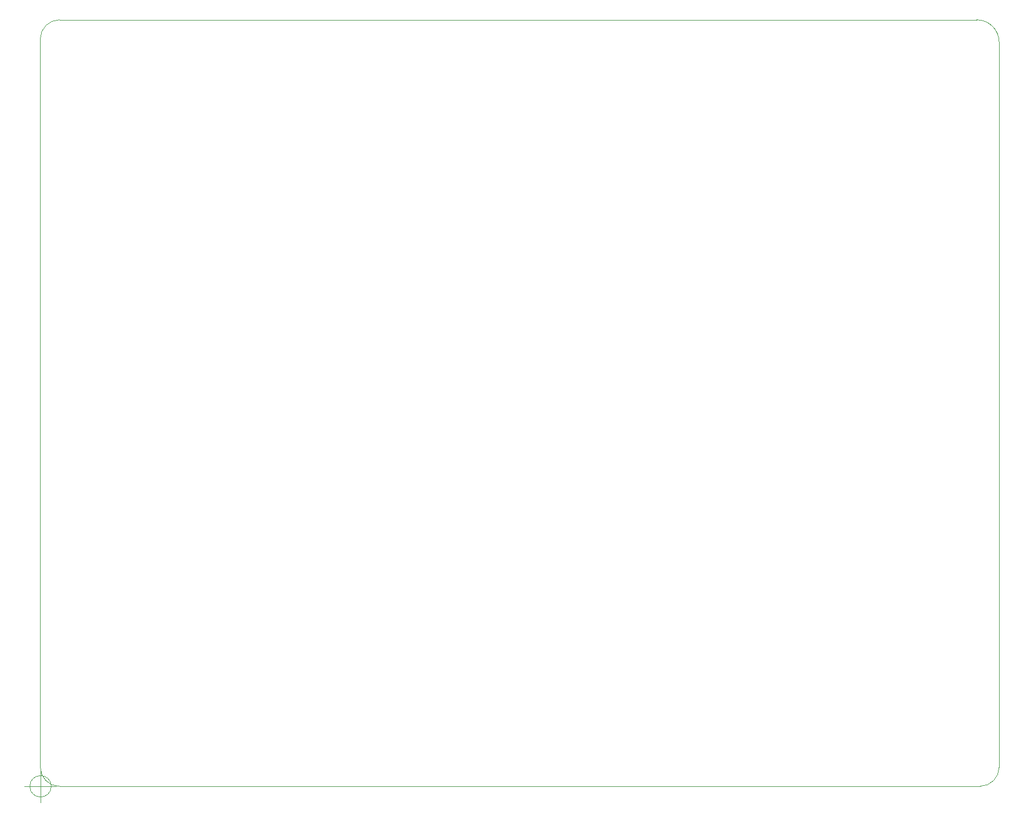
<source format=gm1>
G04 #@! TF.GenerationSoftware,KiCad,Pcbnew,(5.1.2)-2*
G04 #@! TF.CreationDate,2021-05-14T22:55:01+02:00*
G04 #@! TF.ProjectId,Backplane_V1.0,4261636b-706c-4616-9e65-5f56312e302e,rev?*
G04 #@! TF.SameCoordinates,Original*
G04 #@! TF.FileFunction,Profile,NP*
%FSLAX46Y46*%
G04 Gerber Fmt 4.6, Leading zero omitted, Abs format (unit mm)*
G04 Created by KiCad (PCBNEW (5.1.2)-2) date 2021-05-14 22:55:01*
%MOMM*%
%LPD*%
G04 APERTURE LIST*
%ADD10C,0.120000*%
%ADD11C,0.050000*%
G04 APERTURE END LIST*
D10*
X200000000Y-152000000D02*
G75*
G02X197000000Y-155000000I-3000000J0D01*
G01*
X53000000Y-155000000D02*
G75*
G02X50000000Y-152000000I0J3000000D01*
G01*
X196500000Y-35000000D02*
G75*
G02X200000000Y-38500000I0J-3500000D01*
G01*
X50000000Y-38000000D02*
G75*
G02X53000000Y-35000000I3000000J0D01*
G01*
D11*
X51704666Y-155000000D02*
G75*
G03X51704666Y-155000000I-1666666J0D01*
G01*
X47538000Y-155000000D02*
X52538000Y-155000000D01*
X50038000Y-152500000D02*
X50038000Y-157500000D01*
D10*
X50000000Y-38000000D02*
X50000000Y-152000000D01*
X196500000Y-35000000D02*
X53000000Y-35000000D01*
X200000000Y-152000000D02*
X200000000Y-38500000D01*
X53000000Y-155000000D02*
X197000000Y-155000000D01*
M02*

</source>
